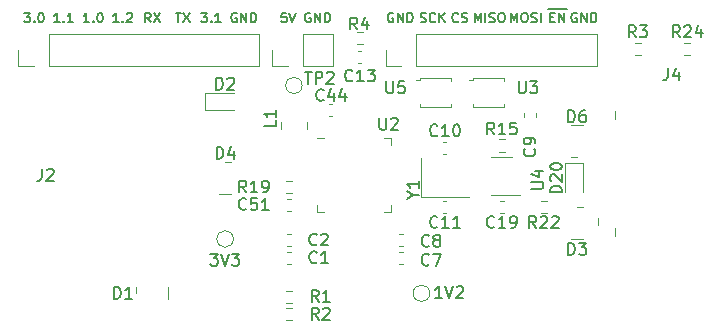
<source format=gbr>
G04 #@! TF.GenerationSoftware,KiCad,Pcbnew,5.1.10-6.fc33*
G04 #@! TF.CreationDate,2021-10-31T18:53:52+00:00*
G04 #@! TF.ProjectId,vl670,766c3637-302e-46b6-9963-61645f706362,rev?*
G04 #@! TF.SameCoordinates,Original*
G04 #@! TF.FileFunction,Legend,Top*
G04 #@! TF.FilePolarity,Positive*
%FSLAX46Y46*%
G04 Gerber Fmt 4.6, Leading zero omitted, Abs format (unit mm)*
G04 Created by KiCad (PCBNEW 5.1.10-6.fc33) date 2021-10-31 18:53:52*
%MOMM*%
%LPD*%
G01*
G04 APERTURE LIST*
%ADD10C,0.150000*%
%ADD11C,0.120000*%
G04 APERTURE END LIST*
D10*
X176157142Y-110061904D02*
X175700000Y-110061904D01*
X175928571Y-110061904D02*
X175928571Y-109261904D01*
X175852380Y-109376190D01*
X175776190Y-109452380D01*
X175700000Y-109490476D01*
X176500000Y-109985714D02*
X176538095Y-110023809D01*
X176500000Y-110061904D01*
X176461904Y-110023809D01*
X176500000Y-109985714D01*
X176500000Y-110061904D01*
X177300000Y-110061904D02*
X176842857Y-110061904D01*
X177071428Y-110061904D02*
X177071428Y-109261904D01*
X176995238Y-109376190D01*
X176919047Y-109452380D01*
X176842857Y-109490476D01*
X204390476Y-109300000D02*
X204314285Y-109261904D01*
X204200000Y-109261904D01*
X204085714Y-109300000D01*
X204009523Y-109376190D01*
X203971428Y-109452380D01*
X203933333Y-109604761D01*
X203933333Y-109719047D01*
X203971428Y-109871428D01*
X204009523Y-109947619D01*
X204085714Y-110023809D01*
X204200000Y-110061904D01*
X204276190Y-110061904D01*
X204390476Y-110023809D01*
X204428571Y-109985714D01*
X204428571Y-109719047D01*
X204276190Y-109719047D01*
X204771428Y-110061904D02*
X204771428Y-109261904D01*
X205228571Y-110061904D01*
X205228571Y-109261904D01*
X205609523Y-110061904D02*
X205609523Y-109261904D01*
X205800000Y-109261904D01*
X205914285Y-109300000D01*
X205990476Y-109376190D01*
X206028571Y-109452380D01*
X206066666Y-109604761D01*
X206066666Y-109719047D01*
X206028571Y-109871428D01*
X205990476Y-109947619D01*
X205914285Y-110023809D01*
X205800000Y-110061904D01*
X205609523Y-110061904D01*
X206721428Y-110023809D02*
X206835714Y-110061904D01*
X207026190Y-110061904D01*
X207102380Y-110023809D01*
X207140476Y-109985714D01*
X207178571Y-109909523D01*
X207178571Y-109833333D01*
X207140476Y-109757142D01*
X207102380Y-109719047D01*
X207026190Y-109680952D01*
X206873809Y-109642857D01*
X206797619Y-109604761D01*
X206759523Y-109566666D01*
X206721428Y-109490476D01*
X206721428Y-109414285D01*
X206759523Y-109338095D01*
X206797619Y-109300000D01*
X206873809Y-109261904D01*
X207064285Y-109261904D01*
X207178571Y-109300000D01*
X207978571Y-109985714D02*
X207940476Y-110023809D01*
X207826190Y-110061904D01*
X207750000Y-110061904D01*
X207635714Y-110023809D01*
X207559523Y-109947619D01*
X207521428Y-109871428D01*
X207483333Y-109719047D01*
X207483333Y-109604761D01*
X207521428Y-109452380D01*
X207559523Y-109376190D01*
X207635714Y-109300000D01*
X207750000Y-109261904D01*
X207826190Y-109261904D01*
X207940476Y-109300000D01*
X207978571Y-109338095D01*
X208321428Y-110061904D02*
X208321428Y-109261904D01*
X208778571Y-110061904D02*
X208435714Y-109604761D01*
X208778571Y-109261904D02*
X208321428Y-109719047D01*
X195347619Y-109261904D02*
X194966666Y-109261904D01*
X194928571Y-109642857D01*
X194966666Y-109604761D01*
X195042857Y-109566666D01*
X195233333Y-109566666D01*
X195309523Y-109604761D01*
X195347619Y-109642857D01*
X195385714Y-109719047D01*
X195385714Y-109909523D01*
X195347619Y-109985714D01*
X195309523Y-110023809D01*
X195233333Y-110061904D01*
X195042857Y-110061904D01*
X194966666Y-110023809D01*
X194928571Y-109985714D01*
X195614285Y-109261904D02*
X195880952Y-110061904D01*
X196147619Y-109261904D01*
X197390476Y-109300000D02*
X197314285Y-109261904D01*
X197200000Y-109261904D01*
X197085714Y-109300000D01*
X197009523Y-109376190D01*
X196971428Y-109452380D01*
X196933333Y-109604761D01*
X196933333Y-109719047D01*
X196971428Y-109871428D01*
X197009523Y-109947619D01*
X197085714Y-110023809D01*
X197200000Y-110061904D01*
X197276190Y-110061904D01*
X197390476Y-110023809D01*
X197428571Y-109985714D01*
X197428571Y-109719047D01*
X197276190Y-109719047D01*
X197771428Y-110061904D02*
X197771428Y-109261904D01*
X198228571Y-110061904D01*
X198228571Y-109261904D01*
X198609523Y-110061904D02*
X198609523Y-109261904D01*
X198800000Y-109261904D01*
X198914285Y-109300000D01*
X198990476Y-109376190D01*
X199028571Y-109452380D01*
X199066666Y-109604761D01*
X199066666Y-109719047D01*
X199028571Y-109871428D01*
X198990476Y-109947619D01*
X198914285Y-110023809D01*
X198800000Y-110061904D01*
X198609523Y-110061904D01*
X191140476Y-109300000D02*
X191064285Y-109261904D01*
X190950000Y-109261904D01*
X190835714Y-109300000D01*
X190759523Y-109376190D01*
X190721428Y-109452380D01*
X190683333Y-109604761D01*
X190683333Y-109719047D01*
X190721428Y-109871428D01*
X190759523Y-109947619D01*
X190835714Y-110023809D01*
X190950000Y-110061904D01*
X191026190Y-110061904D01*
X191140476Y-110023809D01*
X191178571Y-109985714D01*
X191178571Y-109719047D01*
X191026190Y-109719047D01*
X191521428Y-110061904D02*
X191521428Y-109261904D01*
X191978571Y-110061904D01*
X191978571Y-109261904D01*
X192359523Y-110061904D02*
X192359523Y-109261904D01*
X192550000Y-109261904D01*
X192664285Y-109300000D01*
X192740476Y-109376190D01*
X192778571Y-109452380D01*
X192816666Y-109604761D01*
X192816666Y-109719047D01*
X192778571Y-109871428D01*
X192740476Y-109947619D01*
X192664285Y-110023809D01*
X192550000Y-110061904D01*
X192359523Y-110061904D01*
X188161904Y-109261904D02*
X188657142Y-109261904D01*
X188390476Y-109566666D01*
X188504761Y-109566666D01*
X188580952Y-109604761D01*
X188619047Y-109642857D01*
X188657142Y-109719047D01*
X188657142Y-109909523D01*
X188619047Y-109985714D01*
X188580952Y-110023809D01*
X188504761Y-110061904D01*
X188276190Y-110061904D01*
X188200000Y-110023809D01*
X188161904Y-109985714D01*
X189000000Y-109985714D02*
X189038095Y-110023809D01*
X189000000Y-110061904D01*
X188961904Y-110023809D01*
X189000000Y-109985714D01*
X189000000Y-110061904D01*
X189800000Y-110061904D02*
X189342857Y-110061904D01*
X189571428Y-110061904D02*
X189571428Y-109261904D01*
X189495238Y-109376190D01*
X189419047Y-109452380D01*
X189342857Y-109490476D01*
X185990476Y-109261904D02*
X186447619Y-109261904D01*
X186219047Y-110061904D02*
X186219047Y-109261904D01*
X186638095Y-109261904D02*
X187171428Y-110061904D01*
X187171428Y-109261904D02*
X186638095Y-110061904D01*
X183866666Y-110061904D02*
X183600000Y-109680952D01*
X183409523Y-110061904D02*
X183409523Y-109261904D01*
X183714285Y-109261904D01*
X183790476Y-109300000D01*
X183828571Y-109338095D01*
X183866666Y-109414285D01*
X183866666Y-109528571D01*
X183828571Y-109604761D01*
X183790476Y-109642857D01*
X183714285Y-109680952D01*
X183409523Y-109680952D01*
X184133333Y-109261904D02*
X184666666Y-110061904D01*
X184666666Y-109261904D02*
X184133333Y-110061904D01*
X181157142Y-110061904D02*
X180700000Y-110061904D01*
X180928571Y-110061904D02*
X180928571Y-109261904D01*
X180852380Y-109376190D01*
X180776190Y-109452380D01*
X180700000Y-109490476D01*
X181500000Y-109985714D02*
X181538095Y-110023809D01*
X181500000Y-110061904D01*
X181461904Y-110023809D01*
X181500000Y-109985714D01*
X181500000Y-110061904D01*
X181842857Y-109338095D02*
X181880952Y-109300000D01*
X181957142Y-109261904D01*
X182147619Y-109261904D01*
X182223809Y-109300000D01*
X182261904Y-109338095D01*
X182300000Y-109414285D01*
X182300000Y-109490476D01*
X182261904Y-109604761D01*
X181804761Y-110061904D01*
X182300000Y-110061904D01*
X173161904Y-109261904D02*
X173657142Y-109261904D01*
X173390476Y-109566666D01*
X173504761Y-109566666D01*
X173580952Y-109604761D01*
X173619047Y-109642857D01*
X173657142Y-109719047D01*
X173657142Y-109909523D01*
X173619047Y-109985714D01*
X173580952Y-110023809D01*
X173504761Y-110061904D01*
X173276190Y-110061904D01*
X173200000Y-110023809D01*
X173161904Y-109985714D01*
X174000000Y-109985714D02*
X174038095Y-110023809D01*
X174000000Y-110061904D01*
X173961904Y-110023809D01*
X174000000Y-109985714D01*
X174000000Y-110061904D01*
X174533333Y-109261904D02*
X174609523Y-109261904D01*
X174685714Y-109300000D01*
X174723809Y-109338095D01*
X174761904Y-109414285D01*
X174800000Y-109566666D01*
X174800000Y-109757142D01*
X174761904Y-109909523D01*
X174723809Y-109985714D01*
X174685714Y-110023809D01*
X174609523Y-110061904D01*
X174533333Y-110061904D01*
X174457142Y-110023809D01*
X174419047Y-109985714D01*
X174380952Y-109909523D01*
X174342857Y-109757142D01*
X174342857Y-109566666D01*
X174380952Y-109414285D01*
X174419047Y-109338095D01*
X174457142Y-109300000D01*
X174533333Y-109261904D01*
X178657142Y-110061904D02*
X178200000Y-110061904D01*
X178428571Y-110061904D02*
X178428571Y-109261904D01*
X178352380Y-109376190D01*
X178276190Y-109452380D01*
X178200000Y-109490476D01*
X179000000Y-109985714D02*
X179038095Y-110023809D01*
X179000000Y-110061904D01*
X178961904Y-110023809D01*
X179000000Y-109985714D01*
X179000000Y-110061904D01*
X179533333Y-109261904D02*
X179609523Y-109261904D01*
X179685714Y-109300000D01*
X179723809Y-109338095D01*
X179761904Y-109414285D01*
X179800000Y-109566666D01*
X179800000Y-109757142D01*
X179761904Y-109909523D01*
X179723809Y-109985714D01*
X179685714Y-110023809D01*
X179609523Y-110061904D01*
X179533333Y-110061904D01*
X179457142Y-110023809D01*
X179419047Y-109985714D01*
X179380952Y-109909523D01*
X179342857Y-109757142D01*
X179342857Y-109566666D01*
X179380952Y-109414285D01*
X179419047Y-109338095D01*
X179457142Y-109300000D01*
X179533333Y-109261904D01*
X217519047Y-108929000D02*
X218242857Y-108929000D01*
X217709523Y-109642857D02*
X217976190Y-109642857D01*
X218090476Y-110061904D02*
X217709523Y-110061904D01*
X217709523Y-109261904D01*
X218090476Y-109261904D01*
X218242857Y-108929000D02*
X219080952Y-108929000D01*
X218433333Y-110061904D02*
X218433333Y-109261904D01*
X218890476Y-110061904D01*
X218890476Y-109261904D01*
X214392857Y-110061904D02*
X214392857Y-109261904D01*
X214659523Y-109833333D01*
X214926190Y-109261904D01*
X214926190Y-110061904D01*
X215459523Y-109261904D02*
X215611904Y-109261904D01*
X215688095Y-109300000D01*
X215764285Y-109376190D01*
X215802380Y-109528571D01*
X215802380Y-109795238D01*
X215764285Y-109947619D01*
X215688095Y-110023809D01*
X215611904Y-110061904D01*
X215459523Y-110061904D01*
X215383333Y-110023809D01*
X215307142Y-109947619D01*
X215269047Y-109795238D01*
X215269047Y-109528571D01*
X215307142Y-109376190D01*
X215383333Y-109300000D01*
X215459523Y-109261904D01*
X216107142Y-110023809D02*
X216221428Y-110061904D01*
X216411904Y-110061904D01*
X216488095Y-110023809D01*
X216526190Y-109985714D01*
X216564285Y-109909523D01*
X216564285Y-109833333D01*
X216526190Y-109757142D01*
X216488095Y-109719047D01*
X216411904Y-109680952D01*
X216259523Y-109642857D01*
X216183333Y-109604761D01*
X216145238Y-109566666D01*
X216107142Y-109490476D01*
X216107142Y-109414285D01*
X216145238Y-109338095D01*
X216183333Y-109300000D01*
X216259523Y-109261904D01*
X216450000Y-109261904D01*
X216564285Y-109300000D01*
X216907142Y-110061904D02*
X216907142Y-109261904D01*
X211292857Y-110061904D02*
X211292857Y-109261904D01*
X211559523Y-109833333D01*
X211826190Y-109261904D01*
X211826190Y-110061904D01*
X212207142Y-110061904D02*
X212207142Y-109261904D01*
X212550000Y-110023809D02*
X212664285Y-110061904D01*
X212854761Y-110061904D01*
X212930952Y-110023809D01*
X212969047Y-109985714D01*
X213007142Y-109909523D01*
X213007142Y-109833333D01*
X212969047Y-109757142D01*
X212930952Y-109719047D01*
X212854761Y-109680952D01*
X212702380Y-109642857D01*
X212626190Y-109604761D01*
X212588095Y-109566666D01*
X212550000Y-109490476D01*
X212550000Y-109414285D01*
X212588095Y-109338095D01*
X212626190Y-109300000D01*
X212702380Y-109261904D01*
X212892857Y-109261904D01*
X213007142Y-109300000D01*
X213502380Y-109261904D02*
X213654761Y-109261904D01*
X213730952Y-109300000D01*
X213807142Y-109376190D01*
X213845238Y-109528571D01*
X213845238Y-109795238D01*
X213807142Y-109947619D01*
X213730952Y-110023809D01*
X213654761Y-110061904D01*
X213502380Y-110061904D01*
X213426190Y-110023809D01*
X213350000Y-109947619D01*
X213311904Y-109795238D01*
X213311904Y-109528571D01*
X213350000Y-109376190D01*
X213426190Y-109300000D01*
X213502380Y-109261904D01*
X209916666Y-109985714D02*
X209878571Y-110023809D01*
X209764285Y-110061904D01*
X209688095Y-110061904D01*
X209573809Y-110023809D01*
X209497619Y-109947619D01*
X209459523Y-109871428D01*
X209421428Y-109719047D01*
X209421428Y-109604761D01*
X209459523Y-109452380D01*
X209497619Y-109376190D01*
X209573809Y-109300000D01*
X209688095Y-109261904D01*
X209764285Y-109261904D01*
X209878571Y-109300000D01*
X209916666Y-109338095D01*
X210221428Y-110023809D02*
X210335714Y-110061904D01*
X210526190Y-110061904D01*
X210602380Y-110023809D01*
X210640476Y-109985714D01*
X210678571Y-109909523D01*
X210678571Y-109833333D01*
X210640476Y-109757142D01*
X210602380Y-109719047D01*
X210526190Y-109680952D01*
X210373809Y-109642857D01*
X210297619Y-109604761D01*
X210259523Y-109566666D01*
X210221428Y-109490476D01*
X210221428Y-109414285D01*
X210259523Y-109338095D01*
X210297619Y-109300000D01*
X210373809Y-109261904D01*
X210564285Y-109261904D01*
X210678571Y-109300000D01*
X219940476Y-109300000D02*
X219864285Y-109261904D01*
X219750000Y-109261904D01*
X219635714Y-109300000D01*
X219559523Y-109376190D01*
X219521428Y-109452380D01*
X219483333Y-109604761D01*
X219483333Y-109719047D01*
X219521428Y-109871428D01*
X219559523Y-109947619D01*
X219635714Y-110023809D01*
X219750000Y-110061904D01*
X219826190Y-110061904D01*
X219940476Y-110023809D01*
X219978571Y-109985714D01*
X219978571Y-109719047D01*
X219826190Y-109719047D01*
X220321428Y-110061904D02*
X220321428Y-109261904D01*
X220778571Y-110061904D01*
X220778571Y-109261904D01*
X221159523Y-110061904D02*
X221159523Y-109261904D01*
X221350000Y-109261904D01*
X221464285Y-109300000D01*
X221540476Y-109376190D01*
X221578571Y-109452380D01*
X221616666Y-109604761D01*
X221616666Y-109719047D01*
X221578571Y-109871428D01*
X221540476Y-109947619D01*
X221464285Y-110023809D01*
X221350000Y-110061904D01*
X221159523Y-110061904D01*
D11*
G04 #@! TO.C,R1*
X195854724Y-133819277D02*
X195345276Y-133819277D01*
X195854724Y-132774277D02*
X195345276Y-132774277D01*
G04 #@! TO.C,R2*
X195854724Y-135299277D02*
X195345276Y-135299277D01*
X195854724Y-134254277D02*
X195345276Y-134254277D01*
G04 #@! TO.C,D4*
X190700000Y-121900000D02*
X190200000Y-121900000D01*
X190700000Y-124600000D02*
X189700000Y-124600000D01*
G04 #@! TO.C,D1*
X182650000Y-132500000D02*
X182650000Y-133000000D01*
X185350000Y-132500000D02*
X185350000Y-133500000D01*
G04 #@! TO.C,C1*
X195746267Y-130510000D02*
X195453733Y-130510000D01*
X195746267Y-129490000D02*
X195453733Y-129490000D01*
G04 #@! TO.C,C2*
X195746267Y-129010000D02*
X195453733Y-129010000D01*
X195746267Y-127990000D02*
X195453733Y-127990000D01*
G04 #@! TO.C,R24*
X229057776Y-111777500D02*
X229567224Y-111777500D01*
X229057776Y-112822500D02*
X229567224Y-112822500D01*
G04 #@! TO.C,D20*
X220435000Y-124450000D02*
X220435000Y-121990000D01*
X220435000Y-121990000D02*
X218965000Y-121990000D01*
X218965000Y-121990000D02*
X218965000Y-124450000D01*
G04 #@! TO.C,TP3*
X207500000Y-133000000D02*
G75*
G03*
X207500000Y-133000000I-700000J0D01*
G01*
G04 #@! TO.C,TP2*
X196700000Y-115400000D02*
G75*
G03*
X196700000Y-115400000I-700000J0D01*
G01*
G04 #@! TO.C,TP1*
X190875000Y-128400000D02*
G75*
G03*
X190875000Y-128400000I-700000J0D01*
G01*
G04 #@! TO.C,J3*
X193070000Y-113730000D02*
X193070000Y-111070000D01*
X175230000Y-113730000D02*
X193070000Y-113730000D01*
X175230000Y-111070000D02*
X193070000Y-111070000D01*
X175230000Y-113730000D02*
X175230000Y-111070000D01*
X173960000Y-113730000D02*
X172630000Y-113730000D01*
X172630000Y-113730000D02*
X172630000Y-112400000D01*
G04 #@! TO.C,R22*
X216895276Y-125177500D02*
X217404724Y-125177500D01*
X216895276Y-126222500D02*
X217404724Y-126222500D01*
G04 #@! TO.C,J4*
X221705000Y-127208000D02*
X221705000Y-126608000D01*
X223215000Y-127500000D02*
X223215000Y-128180000D01*
X223215000Y-118280000D02*
X223215000Y-117600000D01*
G04 #@! TO.C,D6*
X219500000Y-118792000D02*
X220500000Y-118792000D01*
X219500000Y-121492000D02*
X220000000Y-121492000D01*
G04 #@! TO.C,D3*
X220500000Y-128413500D02*
X219500000Y-128413500D01*
X220500000Y-125713500D02*
X220000000Y-125713500D01*
G04 #@! TO.C,U3*
X211200000Y-117200000D02*
X213800000Y-117200000D01*
X213800000Y-117200000D02*
X213800000Y-117000000D01*
X213800000Y-115000000D02*
X213800000Y-114800000D01*
X213800000Y-114800000D02*
X211200000Y-114800000D01*
X211200000Y-114800000D02*
X211200000Y-114900000D01*
X211200000Y-114900000D02*
X210800000Y-114900000D01*
X211200000Y-117200000D02*
X211200000Y-117000000D01*
G04 #@! TO.C,U5*
X206700000Y-117200000D02*
X206700000Y-117000000D01*
X206700000Y-114900000D02*
X206300000Y-114900000D01*
X206700000Y-114800000D02*
X206700000Y-114900000D01*
X209300000Y-114800000D02*
X206700000Y-114800000D01*
X209300000Y-115000000D02*
X209300000Y-114800000D01*
X209300000Y-117200000D02*
X209300000Y-117000000D01*
X206700000Y-117200000D02*
X209300000Y-117200000D01*
G04 #@! TO.C,R15*
X213345276Y-119977500D02*
X213854724Y-119977500D01*
X213345276Y-121022500D02*
X213854724Y-121022500D01*
G04 #@! TO.C,C9*
X216460000Y-117753733D02*
X216460000Y-118046267D01*
X215440000Y-117753733D02*
X215440000Y-118046267D01*
G04 #@! TO.C,J5*
X199330000Y-113730000D02*
X199330000Y-111070000D01*
X196730000Y-113730000D02*
X199330000Y-113730000D01*
X196730000Y-111070000D02*
X199330000Y-111070000D01*
X196730000Y-113730000D02*
X196730000Y-111070000D01*
X195460000Y-113730000D02*
X194130000Y-113730000D01*
X194130000Y-113730000D02*
X194130000Y-112400000D01*
G04 #@! TO.C,J1*
X221660000Y-113730000D02*
X221660000Y-111070000D01*
X206360000Y-113730000D02*
X221660000Y-113730000D01*
X206360000Y-111070000D02*
X221660000Y-111070000D01*
X206360000Y-113730000D02*
X206360000Y-111070000D01*
X205090000Y-113730000D02*
X203760000Y-113730000D01*
X203760000Y-113730000D02*
X203760000Y-112400000D01*
G04 #@! TO.C,U2*
X198531800Y-119890000D02*
X197981800Y-119890000D01*
X204201800Y-126110000D02*
X204201800Y-125560000D01*
X203651800Y-126110000D02*
X204201800Y-126110000D01*
X197981800Y-126110000D02*
X197981800Y-125560000D01*
X198531800Y-126110000D02*
X197981800Y-126110000D01*
X204201800Y-119890000D02*
X204201800Y-120440000D01*
X203651800Y-119890000D02*
X204201800Y-119890000D01*
G04 #@! TO.C,C7*
X205204417Y-129512514D02*
X204911883Y-129512514D01*
X205204417Y-130532514D02*
X204911883Y-130532514D01*
G04 #@! TO.C,C8*
X205204417Y-129032511D02*
X204911883Y-129032511D01*
X205204417Y-128012511D02*
X204911883Y-128012511D01*
G04 #@! TO.C,C10*
X208896267Y-121210000D02*
X208603733Y-121210000D01*
X208896267Y-120190000D02*
X208603733Y-120190000D01*
G04 #@! TO.C,C11*
X208603733Y-126210000D02*
X208896267Y-126210000D01*
X208603733Y-125190000D02*
X208896267Y-125190000D01*
G04 #@! TO.C,C13*
X201721267Y-112490000D02*
X201428733Y-112490000D01*
X201721267Y-113510000D02*
X201428733Y-113510000D01*
G04 #@! TO.C,C19*
X213453733Y-125190000D02*
X213746267Y-125190000D01*
X213453733Y-126210000D02*
X213746267Y-126210000D01*
G04 #@! TO.C,C44*
X198966233Y-116990000D02*
X199258767Y-116990000D01*
X198966233Y-118010000D02*
X199258767Y-118010000D01*
G04 #@! TO.C,C51*
X195746267Y-126010000D02*
X195453733Y-126010000D01*
X195746267Y-124990000D02*
X195453733Y-124990000D01*
G04 #@! TO.C,D2*
X188490000Y-117485000D02*
X190950000Y-117485000D01*
X188490000Y-116015000D02*
X188490000Y-117485000D01*
X190950000Y-116015000D02*
X188490000Y-116015000D01*
G04 #@! TO.C,L1*
X197110000Y-118538748D02*
X197110000Y-119061252D01*
X194890000Y-118538748D02*
X194890000Y-119061252D01*
G04 #@! TO.C,R3*
X225354724Y-112822500D02*
X224845276Y-112822500D01*
X225354724Y-111777500D02*
X224845276Y-111777500D01*
G04 #@! TO.C,R4*
X201320276Y-111922500D02*
X201829724Y-111922500D01*
X201320276Y-110877500D02*
X201829724Y-110877500D01*
G04 #@! TO.C,U4*
X214500000Y-121490000D02*
X212700000Y-121490000D01*
X212700000Y-124710000D02*
X215150000Y-124710000D01*
G04 #@! TO.C,Y1*
X206800000Y-121550000D02*
X206800000Y-124850000D01*
X206800000Y-124850000D02*
X210800000Y-124850000D01*
G04 #@! TO.C,R19*
X195854724Y-124522500D02*
X195345276Y-124522500D01*
X195854724Y-123477500D02*
X195345276Y-123477500D01*
G04 #@! TO.C,J2*
D10*
X174666666Y-122452380D02*
X174666666Y-123166666D01*
X174619047Y-123309523D01*
X174523809Y-123404761D01*
X174380952Y-123452380D01*
X174285714Y-123452380D01*
X175095238Y-122547619D02*
X175142857Y-122500000D01*
X175238095Y-122452380D01*
X175476190Y-122452380D01*
X175571428Y-122500000D01*
X175619047Y-122547619D01*
X175666666Y-122642857D01*
X175666666Y-122738095D01*
X175619047Y-122880952D01*
X175047619Y-123452380D01*
X175666666Y-123452380D01*
G04 #@! TO.C,R1*
X198083333Y-133729157D02*
X197750000Y-133252967D01*
X197511904Y-133729157D02*
X197511904Y-132729157D01*
X197892857Y-132729157D01*
X197988095Y-132776777D01*
X198035714Y-132824396D01*
X198083333Y-132919634D01*
X198083333Y-133062491D01*
X198035714Y-133157729D01*
X197988095Y-133205348D01*
X197892857Y-133252967D01*
X197511904Y-133252967D01*
X199035714Y-133729157D02*
X198464285Y-133729157D01*
X198750000Y-133729157D02*
X198750000Y-132729157D01*
X198654761Y-132872015D01*
X198559523Y-132967253D01*
X198464285Y-133014872D01*
G04 #@! TO.C,R2*
X198083333Y-135229157D02*
X197750000Y-134752967D01*
X197511904Y-135229157D02*
X197511904Y-134229157D01*
X197892857Y-134229157D01*
X197988095Y-134276777D01*
X198035714Y-134324396D01*
X198083333Y-134419634D01*
X198083333Y-134562491D01*
X198035714Y-134657729D01*
X197988095Y-134705348D01*
X197892857Y-134752967D01*
X197511904Y-134752967D01*
X198464285Y-134324396D02*
X198511904Y-134276777D01*
X198607142Y-134229157D01*
X198845238Y-134229157D01*
X198940476Y-134276777D01*
X198988095Y-134324396D01*
X199035714Y-134419634D01*
X199035714Y-134514872D01*
X198988095Y-134657729D01*
X198416666Y-135229157D01*
X199035714Y-135229157D01*
G04 #@! TO.C,D4*
X189461904Y-121602380D02*
X189461904Y-120602380D01*
X189700000Y-120602380D01*
X189842857Y-120650000D01*
X189938095Y-120745238D01*
X189985714Y-120840476D01*
X190033333Y-121030952D01*
X190033333Y-121173809D01*
X189985714Y-121364285D01*
X189938095Y-121459523D01*
X189842857Y-121554761D01*
X189700000Y-121602380D01*
X189461904Y-121602380D01*
X190890476Y-120935714D02*
X190890476Y-121602380D01*
X190652380Y-120554761D02*
X190414285Y-121269047D01*
X191033333Y-121269047D01*
G04 #@! TO.C,D1*
X180761904Y-133452380D02*
X180761904Y-132452380D01*
X181000000Y-132452380D01*
X181142857Y-132500000D01*
X181238095Y-132595238D01*
X181285714Y-132690476D01*
X181333333Y-132880952D01*
X181333333Y-133023809D01*
X181285714Y-133214285D01*
X181238095Y-133309523D01*
X181142857Y-133404761D01*
X181000000Y-133452380D01*
X180761904Y-133452380D01*
X182285714Y-133452380D02*
X181714285Y-133452380D01*
X182000000Y-133452380D02*
X182000000Y-132452380D01*
X181904761Y-132595238D01*
X181809523Y-132690476D01*
X181714285Y-132738095D01*
G04 #@! TO.C,C1*
X197933333Y-130357142D02*
X197885714Y-130404761D01*
X197742857Y-130452380D01*
X197647619Y-130452380D01*
X197504761Y-130404761D01*
X197409523Y-130309523D01*
X197361904Y-130214285D01*
X197314285Y-130023809D01*
X197314285Y-129880952D01*
X197361904Y-129690476D01*
X197409523Y-129595238D01*
X197504761Y-129500000D01*
X197647619Y-129452380D01*
X197742857Y-129452380D01*
X197885714Y-129500000D01*
X197933333Y-129547619D01*
X198885714Y-130452380D02*
X198314285Y-130452380D01*
X198600000Y-130452380D02*
X198600000Y-129452380D01*
X198504761Y-129595238D01*
X198409523Y-129690476D01*
X198314285Y-129738095D01*
G04 #@! TO.C,C2*
X197933333Y-128857142D02*
X197885714Y-128904761D01*
X197742857Y-128952380D01*
X197647619Y-128952380D01*
X197504761Y-128904761D01*
X197409523Y-128809523D01*
X197361904Y-128714285D01*
X197314285Y-128523809D01*
X197314285Y-128380952D01*
X197361904Y-128190476D01*
X197409523Y-128095238D01*
X197504761Y-128000000D01*
X197647619Y-127952380D01*
X197742857Y-127952380D01*
X197885714Y-128000000D01*
X197933333Y-128047619D01*
X198314285Y-128047619D02*
X198361904Y-128000000D01*
X198457142Y-127952380D01*
X198695238Y-127952380D01*
X198790476Y-128000000D01*
X198838095Y-128047619D01*
X198885714Y-128142857D01*
X198885714Y-128238095D01*
X198838095Y-128380952D01*
X198266666Y-128952380D01*
X198885714Y-128952380D01*
G04 #@! TO.C,R24*
X228669642Y-111322380D02*
X228336309Y-110846190D01*
X228098214Y-111322380D02*
X228098214Y-110322380D01*
X228479166Y-110322380D01*
X228574404Y-110370000D01*
X228622023Y-110417619D01*
X228669642Y-110512857D01*
X228669642Y-110655714D01*
X228622023Y-110750952D01*
X228574404Y-110798571D01*
X228479166Y-110846190D01*
X228098214Y-110846190D01*
X229050595Y-110417619D02*
X229098214Y-110370000D01*
X229193452Y-110322380D01*
X229431547Y-110322380D01*
X229526785Y-110370000D01*
X229574404Y-110417619D01*
X229622023Y-110512857D01*
X229622023Y-110608095D01*
X229574404Y-110750952D01*
X229002976Y-111322380D01*
X229622023Y-111322380D01*
X230479166Y-110655714D02*
X230479166Y-111322380D01*
X230241071Y-110274761D02*
X230002976Y-110989047D01*
X230622023Y-110989047D01*
G04 #@! TO.C,D20*
X218702380Y-124464285D02*
X217702380Y-124464285D01*
X217702380Y-124226190D01*
X217750000Y-124083333D01*
X217845238Y-123988095D01*
X217940476Y-123940476D01*
X218130952Y-123892857D01*
X218273809Y-123892857D01*
X218464285Y-123940476D01*
X218559523Y-123988095D01*
X218654761Y-124083333D01*
X218702380Y-124226190D01*
X218702380Y-124464285D01*
X217797619Y-123511904D02*
X217750000Y-123464285D01*
X217702380Y-123369047D01*
X217702380Y-123130952D01*
X217750000Y-123035714D01*
X217797619Y-122988095D01*
X217892857Y-122940476D01*
X217988095Y-122940476D01*
X218130952Y-122988095D01*
X218702380Y-123559523D01*
X218702380Y-122940476D01*
X217702380Y-122321428D02*
X217702380Y-122226190D01*
X217750000Y-122130952D01*
X217797619Y-122083333D01*
X217892857Y-122035714D01*
X218083333Y-121988095D01*
X218321428Y-121988095D01*
X218511904Y-122035714D01*
X218607142Y-122083333D01*
X218654761Y-122130952D01*
X218702380Y-122226190D01*
X218702380Y-122321428D01*
X218654761Y-122416666D01*
X218607142Y-122464285D01*
X218511904Y-122511904D01*
X218321428Y-122559523D01*
X218083333Y-122559523D01*
X217892857Y-122511904D01*
X217797619Y-122464285D01*
X217750000Y-122416666D01*
X217702380Y-122321428D01*
G04 #@! TO.C,TP3*
X208530952Y-133402380D02*
X207959523Y-133402380D01*
X208245238Y-133402380D02*
X208245238Y-132402380D01*
X208150000Y-132545238D01*
X208054761Y-132640476D01*
X207959523Y-132688095D01*
X208816666Y-132402380D02*
X209150000Y-133402380D01*
X209483333Y-132402380D01*
X209769047Y-132497619D02*
X209816666Y-132450000D01*
X209911904Y-132402380D01*
X210150000Y-132402380D01*
X210245238Y-132450000D01*
X210292857Y-132497619D01*
X210340476Y-132592857D01*
X210340476Y-132688095D01*
X210292857Y-132830952D01*
X209721428Y-133402380D01*
X210340476Y-133402380D01*
G04 #@! TO.C,TP2*
X196938095Y-114252380D02*
X197509523Y-114252380D01*
X197223809Y-115252380D02*
X197223809Y-114252380D01*
X197842857Y-115252380D02*
X197842857Y-114252380D01*
X198223809Y-114252380D01*
X198319047Y-114300000D01*
X198366666Y-114347619D01*
X198414285Y-114442857D01*
X198414285Y-114585714D01*
X198366666Y-114680952D01*
X198319047Y-114728571D01*
X198223809Y-114776190D01*
X197842857Y-114776190D01*
X198795238Y-114347619D02*
X198842857Y-114300000D01*
X198938095Y-114252380D01*
X199176190Y-114252380D01*
X199271428Y-114300000D01*
X199319047Y-114347619D01*
X199366666Y-114442857D01*
X199366666Y-114538095D01*
X199319047Y-114680952D01*
X198747619Y-115252380D01*
X199366666Y-115252380D01*
G04 #@! TO.C,TP1*
X188936904Y-129652380D02*
X189555952Y-129652380D01*
X189222619Y-130033333D01*
X189365476Y-130033333D01*
X189460714Y-130080952D01*
X189508333Y-130128571D01*
X189555952Y-130223809D01*
X189555952Y-130461904D01*
X189508333Y-130557142D01*
X189460714Y-130604761D01*
X189365476Y-130652380D01*
X189079761Y-130652380D01*
X188984523Y-130604761D01*
X188936904Y-130557142D01*
X189841666Y-129652380D02*
X190175000Y-130652380D01*
X190508333Y-129652380D01*
X190746428Y-129652380D02*
X191365476Y-129652380D01*
X191032142Y-130033333D01*
X191175000Y-130033333D01*
X191270238Y-130080952D01*
X191317857Y-130128571D01*
X191365476Y-130223809D01*
X191365476Y-130461904D01*
X191317857Y-130557142D01*
X191270238Y-130604761D01*
X191175000Y-130652380D01*
X190889285Y-130652380D01*
X190794047Y-130604761D01*
X190746428Y-130557142D01*
G04 #@! TO.C,R22*
X216507142Y-127452380D02*
X216173809Y-126976190D01*
X215935714Y-127452380D02*
X215935714Y-126452380D01*
X216316666Y-126452380D01*
X216411904Y-126500000D01*
X216459523Y-126547619D01*
X216507142Y-126642857D01*
X216507142Y-126785714D01*
X216459523Y-126880952D01*
X216411904Y-126928571D01*
X216316666Y-126976190D01*
X215935714Y-126976190D01*
X216888095Y-126547619D02*
X216935714Y-126500000D01*
X217030952Y-126452380D01*
X217269047Y-126452380D01*
X217364285Y-126500000D01*
X217411904Y-126547619D01*
X217459523Y-126642857D01*
X217459523Y-126738095D01*
X217411904Y-126880952D01*
X216840476Y-127452380D01*
X217459523Y-127452380D01*
X217840476Y-126547619D02*
X217888095Y-126500000D01*
X217983333Y-126452380D01*
X218221428Y-126452380D01*
X218316666Y-126500000D01*
X218364285Y-126547619D01*
X218411904Y-126642857D01*
X218411904Y-126738095D01*
X218364285Y-126880952D01*
X217792857Y-127452380D01*
X218411904Y-127452380D01*
G04 #@! TO.C,J4*
X227666666Y-113952380D02*
X227666666Y-114666666D01*
X227619047Y-114809523D01*
X227523809Y-114904761D01*
X227380952Y-114952380D01*
X227285714Y-114952380D01*
X228571428Y-114285714D02*
X228571428Y-114952380D01*
X228333333Y-113904761D02*
X228095238Y-114619047D01*
X228714285Y-114619047D01*
G04 #@! TO.C,D6*
X219225904Y-118511580D02*
X219225904Y-117511580D01*
X219464000Y-117511580D01*
X219606857Y-117559200D01*
X219702095Y-117654438D01*
X219749714Y-117749676D01*
X219797333Y-117940152D01*
X219797333Y-118083009D01*
X219749714Y-118273485D01*
X219702095Y-118368723D01*
X219606857Y-118463961D01*
X219464000Y-118511580D01*
X219225904Y-118511580D01*
X220654476Y-117511580D02*
X220464000Y-117511580D01*
X220368761Y-117559200D01*
X220321142Y-117606819D01*
X220225904Y-117749676D01*
X220178285Y-117940152D01*
X220178285Y-118321104D01*
X220225904Y-118416342D01*
X220273523Y-118463961D01*
X220368761Y-118511580D01*
X220559238Y-118511580D01*
X220654476Y-118463961D01*
X220702095Y-118416342D01*
X220749714Y-118321104D01*
X220749714Y-118083009D01*
X220702095Y-117987771D01*
X220654476Y-117940152D01*
X220559238Y-117892533D01*
X220368761Y-117892533D01*
X220273523Y-117940152D01*
X220225904Y-117987771D01*
X220178285Y-118083009D01*
G04 #@! TO.C,D3*
X219225904Y-129738380D02*
X219225904Y-128738380D01*
X219464000Y-128738380D01*
X219606857Y-128786000D01*
X219702095Y-128881238D01*
X219749714Y-128976476D01*
X219797333Y-129166952D01*
X219797333Y-129309809D01*
X219749714Y-129500285D01*
X219702095Y-129595523D01*
X219606857Y-129690761D01*
X219464000Y-129738380D01*
X219225904Y-129738380D01*
X220130666Y-128738380D02*
X220749714Y-128738380D01*
X220416380Y-129119333D01*
X220559238Y-129119333D01*
X220654476Y-129166952D01*
X220702095Y-129214571D01*
X220749714Y-129309809D01*
X220749714Y-129547904D01*
X220702095Y-129643142D01*
X220654476Y-129690761D01*
X220559238Y-129738380D01*
X220273523Y-129738380D01*
X220178285Y-129690761D01*
X220130666Y-129643142D01*
G04 #@! TO.C,U3*
X215038095Y-115052380D02*
X215038095Y-115861904D01*
X215085714Y-115957142D01*
X215133333Y-116004761D01*
X215228571Y-116052380D01*
X215419047Y-116052380D01*
X215514285Y-116004761D01*
X215561904Y-115957142D01*
X215609523Y-115861904D01*
X215609523Y-115052380D01*
X215990476Y-115052380D02*
X216609523Y-115052380D01*
X216276190Y-115433333D01*
X216419047Y-115433333D01*
X216514285Y-115480952D01*
X216561904Y-115528571D01*
X216609523Y-115623809D01*
X216609523Y-115861904D01*
X216561904Y-115957142D01*
X216514285Y-116004761D01*
X216419047Y-116052380D01*
X216133333Y-116052380D01*
X216038095Y-116004761D01*
X215990476Y-115957142D01*
G04 #@! TO.C,U5*
X203838095Y-115052380D02*
X203838095Y-115861904D01*
X203885714Y-115957142D01*
X203933333Y-116004761D01*
X204028571Y-116052380D01*
X204219047Y-116052380D01*
X204314285Y-116004761D01*
X204361904Y-115957142D01*
X204409523Y-115861904D01*
X204409523Y-115052380D01*
X205361904Y-115052380D02*
X204885714Y-115052380D01*
X204838095Y-115528571D01*
X204885714Y-115480952D01*
X204980952Y-115433333D01*
X205219047Y-115433333D01*
X205314285Y-115480952D01*
X205361904Y-115528571D01*
X205409523Y-115623809D01*
X205409523Y-115861904D01*
X205361904Y-115957142D01*
X205314285Y-116004761D01*
X205219047Y-116052380D01*
X204980952Y-116052380D01*
X204885714Y-116004761D01*
X204838095Y-115957142D01*
G04 #@! TO.C,R15*
X212957142Y-119552380D02*
X212623809Y-119076190D01*
X212385714Y-119552380D02*
X212385714Y-118552380D01*
X212766666Y-118552380D01*
X212861904Y-118600000D01*
X212909523Y-118647619D01*
X212957142Y-118742857D01*
X212957142Y-118885714D01*
X212909523Y-118980952D01*
X212861904Y-119028571D01*
X212766666Y-119076190D01*
X212385714Y-119076190D01*
X213909523Y-119552380D02*
X213338095Y-119552380D01*
X213623809Y-119552380D02*
X213623809Y-118552380D01*
X213528571Y-118695238D01*
X213433333Y-118790476D01*
X213338095Y-118838095D01*
X214814285Y-118552380D02*
X214338095Y-118552380D01*
X214290476Y-119028571D01*
X214338095Y-118980952D01*
X214433333Y-118933333D01*
X214671428Y-118933333D01*
X214766666Y-118980952D01*
X214814285Y-119028571D01*
X214861904Y-119123809D01*
X214861904Y-119361904D01*
X214814285Y-119457142D01*
X214766666Y-119504761D01*
X214671428Y-119552380D01*
X214433333Y-119552380D01*
X214338095Y-119504761D01*
X214290476Y-119457142D01*
G04 #@! TO.C,C9*
X216357142Y-120766666D02*
X216404761Y-120814285D01*
X216452380Y-120957142D01*
X216452380Y-121052380D01*
X216404761Y-121195238D01*
X216309523Y-121290476D01*
X216214285Y-121338095D01*
X216023809Y-121385714D01*
X215880952Y-121385714D01*
X215690476Y-121338095D01*
X215595238Y-121290476D01*
X215500000Y-121195238D01*
X215452380Y-121052380D01*
X215452380Y-120957142D01*
X215500000Y-120814285D01*
X215547619Y-120766666D01*
X216452380Y-120290476D02*
X216452380Y-120100000D01*
X216404761Y-120004761D01*
X216357142Y-119957142D01*
X216214285Y-119861904D01*
X216023809Y-119814285D01*
X215642857Y-119814285D01*
X215547619Y-119861904D01*
X215500000Y-119909523D01*
X215452380Y-120004761D01*
X215452380Y-120195238D01*
X215500000Y-120290476D01*
X215547619Y-120338095D01*
X215642857Y-120385714D01*
X215880952Y-120385714D01*
X215976190Y-120338095D01*
X216023809Y-120290476D01*
X216071428Y-120195238D01*
X216071428Y-120004761D01*
X216023809Y-119909523D01*
X215976190Y-119861904D01*
X215880952Y-119814285D01*
G04 #@! TO.C,U2*
X203238095Y-118152380D02*
X203238095Y-118961904D01*
X203285714Y-119057142D01*
X203333333Y-119104761D01*
X203428571Y-119152380D01*
X203619047Y-119152380D01*
X203714285Y-119104761D01*
X203761904Y-119057142D01*
X203809523Y-118961904D01*
X203809523Y-118152380D01*
X204238095Y-118247619D02*
X204285714Y-118200000D01*
X204380952Y-118152380D01*
X204619047Y-118152380D01*
X204714285Y-118200000D01*
X204761904Y-118247619D01*
X204809523Y-118342857D01*
X204809523Y-118438095D01*
X204761904Y-118580952D01*
X204190476Y-119152380D01*
X204809523Y-119152380D01*
G04 #@! TO.C,C7*
X207433336Y-130557142D02*
X207385717Y-130604761D01*
X207242860Y-130652380D01*
X207147622Y-130652380D01*
X207004764Y-130604761D01*
X206909526Y-130509523D01*
X206861907Y-130414285D01*
X206814288Y-130223809D01*
X206814288Y-130080952D01*
X206861907Y-129890476D01*
X206909526Y-129795238D01*
X207004764Y-129700000D01*
X207147622Y-129652380D01*
X207242860Y-129652380D01*
X207385717Y-129700000D01*
X207433336Y-129747619D01*
X207766669Y-129652380D02*
X208433336Y-129652380D01*
X208004764Y-130652380D01*
G04 #@! TO.C,C8*
X207433333Y-128957142D02*
X207385714Y-129004761D01*
X207242857Y-129052380D01*
X207147619Y-129052380D01*
X207004761Y-129004761D01*
X206909523Y-128909523D01*
X206861904Y-128814285D01*
X206814285Y-128623809D01*
X206814285Y-128480952D01*
X206861904Y-128290476D01*
X206909523Y-128195238D01*
X207004761Y-128100000D01*
X207147619Y-128052380D01*
X207242857Y-128052380D01*
X207385714Y-128100000D01*
X207433333Y-128147619D01*
X208004761Y-128480952D02*
X207909523Y-128433333D01*
X207861904Y-128385714D01*
X207814285Y-128290476D01*
X207814285Y-128242857D01*
X207861904Y-128147619D01*
X207909523Y-128100000D01*
X208004761Y-128052380D01*
X208195238Y-128052380D01*
X208290476Y-128100000D01*
X208338095Y-128147619D01*
X208385714Y-128242857D01*
X208385714Y-128290476D01*
X208338095Y-128385714D01*
X208290476Y-128433333D01*
X208195238Y-128480952D01*
X208004761Y-128480952D01*
X207909523Y-128528571D01*
X207861904Y-128576190D01*
X207814285Y-128671428D01*
X207814285Y-128861904D01*
X207861904Y-128957142D01*
X207909523Y-129004761D01*
X208004761Y-129052380D01*
X208195238Y-129052380D01*
X208290476Y-129004761D01*
X208338095Y-128957142D01*
X208385714Y-128861904D01*
X208385714Y-128671428D01*
X208338095Y-128576190D01*
X208290476Y-128528571D01*
X208195238Y-128480952D01*
G04 #@! TO.C,C10*
X208157142Y-119607142D02*
X208109523Y-119654761D01*
X207966666Y-119702380D01*
X207871428Y-119702380D01*
X207728571Y-119654761D01*
X207633333Y-119559523D01*
X207585714Y-119464285D01*
X207538095Y-119273809D01*
X207538095Y-119130952D01*
X207585714Y-118940476D01*
X207633333Y-118845238D01*
X207728571Y-118750000D01*
X207871428Y-118702380D01*
X207966666Y-118702380D01*
X208109523Y-118750000D01*
X208157142Y-118797619D01*
X209109523Y-119702380D02*
X208538095Y-119702380D01*
X208823809Y-119702380D02*
X208823809Y-118702380D01*
X208728571Y-118845238D01*
X208633333Y-118940476D01*
X208538095Y-118988095D01*
X209728571Y-118702380D02*
X209823809Y-118702380D01*
X209919047Y-118750000D01*
X209966666Y-118797619D01*
X210014285Y-118892857D01*
X210061904Y-119083333D01*
X210061904Y-119321428D01*
X210014285Y-119511904D01*
X209966666Y-119607142D01*
X209919047Y-119654761D01*
X209823809Y-119702380D01*
X209728571Y-119702380D01*
X209633333Y-119654761D01*
X209585714Y-119607142D01*
X209538095Y-119511904D01*
X209490476Y-119321428D01*
X209490476Y-119083333D01*
X209538095Y-118892857D01*
X209585714Y-118797619D01*
X209633333Y-118750000D01*
X209728571Y-118702380D01*
G04 #@! TO.C,C11*
X208157142Y-127357142D02*
X208109523Y-127404761D01*
X207966666Y-127452380D01*
X207871428Y-127452380D01*
X207728571Y-127404761D01*
X207633333Y-127309523D01*
X207585714Y-127214285D01*
X207538095Y-127023809D01*
X207538095Y-126880952D01*
X207585714Y-126690476D01*
X207633333Y-126595238D01*
X207728571Y-126500000D01*
X207871428Y-126452380D01*
X207966666Y-126452380D01*
X208109523Y-126500000D01*
X208157142Y-126547619D01*
X209109523Y-127452380D02*
X208538095Y-127452380D01*
X208823809Y-127452380D02*
X208823809Y-126452380D01*
X208728571Y-126595238D01*
X208633333Y-126690476D01*
X208538095Y-126738095D01*
X210061904Y-127452380D02*
X209490476Y-127452380D01*
X209776190Y-127452380D02*
X209776190Y-126452380D01*
X209680952Y-126595238D01*
X209585714Y-126690476D01*
X209490476Y-126738095D01*
G04 #@! TO.C,C13*
X200957142Y-114957142D02*
X200909523Y-115004761D01*
X200766666Y-115052380D01*
X200671428Y-115052380D01*
X200528571Y-115004761D01*
X200433333Y-114909523D01*
X200385714Y-114814285D01*
X200338095Y-114623809D01*
X200338095Y-114480952D01*
X200385714Y-114290476D01*
X200433333Y-114195238D01*
X200528571Y-114100000D01*
X200671428Y-114052380D01*
X200766666Y-114052380D01*
X200909523Y-114100000D01*
X200957142Y-114147619D01*
X201909523Y-115052380D02*
X201338095Y-115052380D01*
X201623809Y-115052380D02*
X201623809Y-114052380D01*
X201528571Y-114195238D01*
X201433333Y-114290476D01*
X201338095Y-114338095D01*
X202242857Y-114052380D02*
X202861904Y-114052380D01*
X202528571Y-114433333D01*
X202671428Y-114433333D01*
X202766666Y-114480952D01*
X202814285Y-114528571D01*
X202861904Y-114623809D01*
X202861904Y-114861904D01*
X202814285Y-114957142D01*
X202766666Y-115004761D01*
X202671428Y-115052380D01*
X202385714Y-115052380D01*
X202290476Y-115004761D01*
X202242857Y-114957142D01*
G04 #@! TO.C,C19*
X212957142Y-127357142D02*
X212909523Y-127404761D01*
X212766666Y-127452380D01*
X212671428Y-127452380D01*
X212528571Y-127404761D01*
X212433333Y-127309523D01*
X212385714Y-127214285D01*
X212338095Y-127023809D01*
X212338095Y-126880952D01*
X212385714Y-126690476D01*
X212433333Y-126595238D01*
X212528571Y-126500000D01*
X212671428Y-126452380D01*
X212766666Y-126452380D01*
X212909523Y-126500000D01*
X212957142Y-126547619D01*
X213909523Y-127452380D02*
X213338095Y-127452380D01*
X213623809Y-127452380D02*
X213623809Y-126452380D01*
X213528571Y-126595238D01*
X213433333Y-126690476D01*
X213338095Y-126738095D01*
X214385714Y-127452380D02*
X214576190Y-127452380D01*
X214671428Y-127404761D01*
X214719047Y-127357142D01*
X214814285Y-127214285D01*
X214861904Y-127023809D01*
X214861904Y-126642857D01*
X214814285Y-126547619D01*
X214766666Y-126500000D01*
X214671428Y-126452380D01*
X214480952Y-126452380D01*
X214385714Y-126500000D01*
X214338095Y-126547619D01*
X214290476Y-126642857D01*
X214290476Y-126880952D01*
X214338095Y-126976190D01*
X214385714Y-127023809D01*
X214480952Y-127071428D01*
X214671428Y-127071428D01*
X214766666Y-127023809D01*
X214814285Y-126976190D01*
X214861904Y-126880952D01*
G04 #@! TO.C,C44*
X198519642Y-116607142D02*
X198472023Y-116654761D01*
X198329166Y-116702380D01*
X198233928Y-116702380D01*
X198091071Y-116654761D01*
X197995833Y-116559523D01*
X197948214Y-116464285D01*
X197900595Y-116273809D01*
X197900595Y-116130952D01*
X197948214Y-115940476D01*
X197995833Y-115845238D01*
X198091071Y-115750000D01*
X198233928Y-115702380D01*
X198329166Y-115702380D01*
X198472023Y-115750000D01*
X198519642Y-115797619D01*
X199376785Y-116035714D02*
X199376785Y-116702380D01*
X199138690Y-115654761D02*
X198900595Y-116369047D01*
X199519642Y-116369047D01*
X200329166Y-116035714D02*
X200329166Y-116702380D01*
X200091071Y-115654761D02*
X199852976Y-116369047D01*
X200472023Y-116369047D01*
G04 #@! TO.C,C51*
X191957142Y-125857142D02*
X191909523Y-125904761D01*
X191766666Y-125952380D01*
X191671428Y-125952380D01*
X191528571Y-125904761D01*
X191433333Y-125809523D01*
X191385714Y-125714285D01*
X191338095Y-125523809D01*
X191338095Y-125380952D01*
X191385714Y-125190476D01*
X191433333Y-125095238D01*
X191528571Y-125000000D01*
X191671428Y-124952380D01*
X191766666Y-124952380D01*
X191909523Y-125000000D01*
X191957142Y-125047619D01*
X192861904Y-124952380D02*
X192385714Y-124952380D01*
X192338095Y-125428571D01*
X192385714Y-125380952D01*
X192480952Y-125333333D01*
X192719047Y-125333333D01*
X192814285Y-125380952D01*
X192861904Y-125428571D01*
X192909523Y-125523809D01*
X192909523Y-125761904D01*
X192861904Y-125857142D01*
X192814285Y-125904761D01*
X192719047Y-125952380D01*
X192480952Y-125952380D01*
X192385714Y-125904761D01*
X192338095Y-125857142D01*
X193861904Y-125952380D02*
X193290476Y-125952380D01*
X193576190Y-125952380D02*
X193576190Y-124952380D01*
X193480952Y-125095238D01*
X193385714Y-125190476D01*
X193290476Y-125238095D01*
G04 #@! TO.C,D2*
X189411904Y-115752380D02*
X189411904Y-114752380D01*
X189650000Y-114752380D01*
X189792857Y-114800000D01*
X189888095Y-114895238D01*
X189935714Y-114990476D01*
X189983333Y-115180952D01*
X189983333Y-115323809D01*
X189935714Y-115514285D01*
X189888095Y-115609523D01*
X189792857Y-115704761D01*
X189650000Y-115752380D01*
X189411904Y-115752380D01*
X190364285Y-114847619D02*
X190411904Y-114800000D01*
X190507142Y-114752380D01*
X190745238Y-114752380D01*
X190840476Y-114800000D01*
X190888095Y-114847619D01*
X190935714Y-114942857D01*
X190935714Y-115038095D01*
X190888095Y-115180952D01*
X190316666Y-115752380D01*
X190935714Y-115752380D01*
G04 #@! TO.C,L1*
X194452380Y-118366666D02*
X194452380Y-118842857D01*
X193452380Y-118842857D01*
X194452380Y-117509523D02*
X194452380Y-118080952D01*
X194452380Y-117795238D02*
X193452380Y-117795238D01*
X193595238Y-117890476D01*
X193690476Y-117985714D01*
X193738095Y-118080952D01*
G04 #@! TO.C,R3*
X224933333Y-111322380D02*
X224600000Y-110846190D01*
X224361904Y-111322380D02*
X224361904Y-110322380D01*
X224742857Y-110322380D01*
X224838095Y-110370000D01*
X224885714Y-110417619D01*
X224933333Y-110512857D01*
X224933333Y-110655714D01*
X224885714Y-110750952D01*
X224838095Y-110798571D01*
X224742857Y-110846190D01*
X224361904Y-110846190D01*
X225266666Y-110322380D02*
X225885714Y-110322380D01*
X225552380Y-110703333D01*
X225695238Y-110703333D01*
X225790476Y-110750952D01*
X225838095Y-110798571D01*
X225885714Y-110893809D01*
X225885714Y-111131904D01*
X225838095Y-111227142D01*
X225790476Y-111274761D01*
X225695238Y-111322380D01*
X225409523Y-111322380D01*
X225314285Y-111274761D01*
X225266666Y-111227142D01*
G04 #@! TO.C,R4*
X201358333Y-110652380D02*
X201025000Y-110176190D01*
X200786904Y-110652380D02*
X200786904Y-109652380D01*
X201167857Y-109652380D01*
X201263095Y-109700000D01*
X201310714Y-109747619D01*
X201358333Y-109842857D01*
X201358333Y-109985714D01*
X201310714Y-110080952D01*
X201263095Y-110128571D01*
X201167857Y-110176190D01*
X200786904Y-110176190D01*
X202215476Y-109985714D02*
X202215476Y-110652380D01*
X201977380Y-109604761D02*
X201739285Y-110319047D01*
X202358333Y-110319047D01*
G04 #@! TO.C,U4*
X216114380Y-124142404D02*
X216923904Y-124142404D01*
X217019142Y-124094785D01*
X217066761Y-124047166D01*
X217114380Y-123951928D01*
X217114380Y-123761452D01*
X217066761Y-123666214D01*
X217019142Y-123618595D01*
X216923904Y-123570976D01*
X216114380Y-123570976D01*
X216447714Y-122666214D02*
X217114380Y-122666214D01*
X216066761Y-122904309D02*
X216781047Y-123142404D01*
X216781047Y-122523357D01*
G04 #@! TO.C,Y1*
X206076190Y-124676190D02*
X206552380Y-124676190D01*
X205552380Y-125009523D02*
X206076190Y-124676190D01*
X205552380Y-124342857D01*
X206552380Y-123485714D02*
X206552380Y-124057142D01*
X206552380Y-123771428D02*
X205552380Y-123771428D01*
X205695238Y-123866666D01*
X205790476Y-123961904D01*
X205838095Y-124057142D01*
G04 #@! TO.C,R19*
X191957142Y-124452380D02*
X191623809Y-123976190D01*
X191385714Y-124452380D02*
X191385714Y-123452380D01*
X191766666Y-123452380D01*
X191861904Y-123500000D01*
X191909523Y-123547619D01*
X191957142Y-123642857D01*
X191957142Y-123785714D01*
X191909523Y-123880952D01*
X191861904Y-123928571D01*
X191766666Y-123976190D01*
X191385714Y-123976190D01*
X192909523Y-124452380D02*
X192338095Y-124452380D01*
X192623809Y-124452380D02*
X192623809Y-123452380D01*
X192528571Y-123595238D01*
X192433333Y-123690476D01*
X192338095Y-123738095D01*
X193385714Y-124452380D02*
X193576190Y-124452380D01*
X193671428Y-124404761D01*
X193719047Y-124357142D01*
X193814285Y-124214285D01*
X193861904Y-124023809D01*
X193861904Y-123642857D01*
X193814285Y-123547619D01*
X193766666Y-123500000D01*
X193671428Y-123452380D01*
X193480952Y-123452380D01*
X193385714Y-123500000D01*
X193338095Y-123547619D01*
X193290476Y-123642857D01*
X193290476Y-123880952D01*
X193338095Y-123976190D01*
X193385714Y-124023809D01*
X193480952Y-124071428D01*
X193671428Y-124071428D01*
X193766666Y-124023809D01*
X193814285Y-123976190D01*
X193861904Y-123880952D01*
G04 #@! TD*
M02*

</source>
